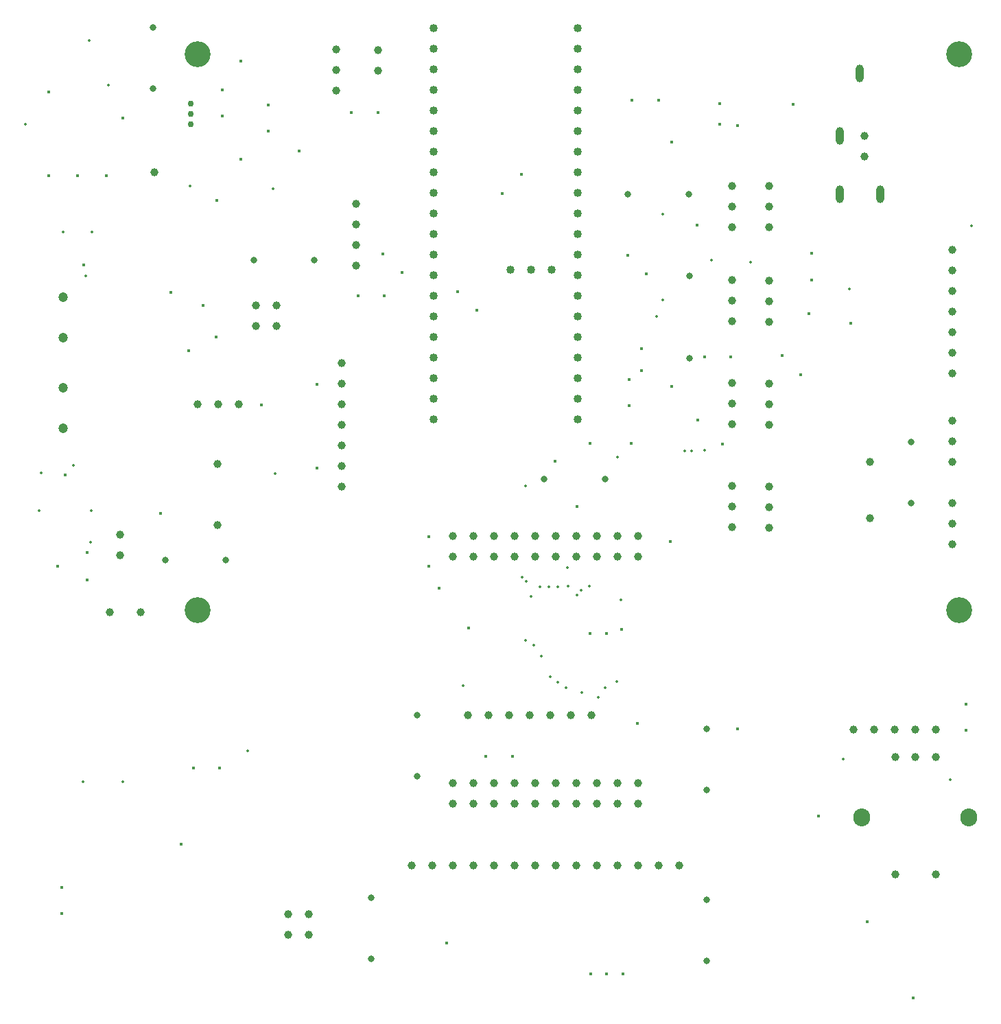
<source format=gbr>
%TF.GenerationSoftware,KiCad,Pcbnew,7.0.2*%
%TF.CreationDate,2024-01-05T18:48:28-08:00*%
%TF.ProjectId,MuKOB,4d754b4f-422e-46b6-9963-61645f706362,1.0*%
%TF.SameCoordinates,Original*%
%TF.FileFunction,Plated,1,4,PTH,Mixed*%
%TF.FilePolarity,Positive*%
%FSLAX46Y46*%
G04 Gerber Fmt 4.6, Leading zero omitted, Abs format (unit mm)*
G04 Created by KiCad (PCBNEW 7.0.2) date 2024-01-05 18:48:28*
%MOMM*%
%LPD*%
G01*
G04 APERTURE LIST*
%TA.AperFunction,ViaDrill*%
%ADD10C,0.350000*%
%TD*%
%TA.AperFunction,ViaDrill*%
%ADD11C,0.400000*%
%TD*%
%TA.AperFunction,ComponentDrill*%
%ADD12C,0.750000*%
%TD*%
%TA.AperFunction,ComponentDrill*%
%ADD13C,0.800000*%
%TD*%
%TA.AperFunction,ComponentDrill*%
%ADD14C,1.000000*%
%TD*%
G04 aperture for slot hole*
%TA.AperFunction,ComponentDrill*%
%ADD15O,1.000000X2.200000*%
%TD*%
%TA.AperFunction,ComponentDrill*%
%ADD16C,1.020000*%
%TD*%
%TA.AperFunction,ComponentDrill*%
%ADD17C,1.200000*%
%TD*%
G04 aperture for slot hole*
%TA.AperFunction,ComponentDrill*%
%ADD18O,2.100000X2.200000*%
%TD*%
%TA.AperFunction,ComponentDrill*%
%ADD19C,3.200000*%
%TD*%
G04 APERTURE END LIST*
D10*
X52480000Y-63514000D03*
X54180000Y-111214000D03*
X54430000Y-106514000D03*
X57180000Y-76864000D03*
X58430000Y-105614000D03*
X59639200Y-144678400D03*
X59980000Y-82214000D03*
X60330000Y-53164000D03*
X60530000Y-115064000D03*
X60630000Y-111214000D03*
X60730000Y-76864000D03*
X62730000Y-58714000D03*
X64516000Y-144653000D03*
X72830000Y-71114000D03*
X79959200Y-140792200D03*
X83028727Y-71516341D03*
X83330000Y-106664000D03*
X106530000Y-132814000D03*
X113780000Y-119388500D03*
X114180000Y-108114000D03*
X114201000Y-127164000D03*
X114330000Y-119938500D03*
X114855500Y-121807075D03*
X115201000Y-127764000D03*
X116030000Y-120564000D03*
X116201000Y-129138500D03*
X117082100Y-120561900D03*
X117230000Y-131714000D03*
X118178200Y-120565800D03*
X118230000Y-132364000D03*
X119180000Y-133054900D03*
X119380000Y-118239500D03*
X119430000Y-120513000D03*
X120546463Y-121621200D03*
X121094366Y-121046700D03*
X121180000Y-133613700D03*
X122061360Y-120513000D03*
X123180000Y-134203900D03*
X124030000Y-133054900D03*
X125471500Y-132314000D03*
X125580000Y-104614000D03*
X126010900Y-122197900D03*
X130380000Y-87214000D03*
X131180000Y-74614000D03*
X131180000Y-85214000D03*
X133880000Y-103814000D03*
X134705500Y-103814000D03*
X136280000Y-103714000D03*
X137180000Y-80314000D03*
X141980000Y-80514000D03*
X153380000Y-141864000D03*
X154180000Y-83814000D03*
X166649400Y-144424400D03*
X169230000Y-76064000D03*
D11*
X55371999Y-59540899D03*
X55372000Y-69850000D03*
X56515000Y-118059200D03*
X56972200Y-157657800D03*
X56972200Y-160907800D03*
X57404000Y-106756200D03*
X58928000Y-69850000D03*
X59715400Y-80848502D03*
X60147200Y-116357400D03*
X60147200Y-119761000D03*
X62484000Y-69850000D03*
X64490600Y-62763400D03*
X69189600Y-111531400D03*
X70459600Y-84268500D03*
X71704200Y-152323800D03*
X72644000Y-91440000D03*
X73229400Y-142951200D03*
X74422000Y-85852000D03*
X76047600Y-89789000D03*
X76149200Y-72923400D03*
X76479400Y-142951200D03*
X76758800Y-59258200D03*
X76758800Y-62508200D03*
X79070200Y-55753000D03*
X79120200Y-67817200D03*
X81610200Y-98171000D03*
X82448400Y-61163200D03*
X82448400Y-64413200D03*
X86280000Y-66814000D03*
X88442800Y-95580200D03*
X88468200Y-105918000D03*
X92736600Y-62103000D03*
X93549400Y-84658200D03*
X95986600Y-62103000D03*
X96647000Y-79527400D03*
X96799400Y-84658200D03*
X98958400Y-81838800D03*
X102260400Y-114401600D03*
X102260400Y-118033800D03*
X103530400Y-120802400D03*
X104470200Y-164515800D03*
X105867200Y-84201000D03*
X107188000Y-125679200D03*
X108178600Y-86512400D03*
X109348200Y-141503400D03*
X111379000Y-72059800D03*
X112598200Y-141503400D03*
X113690400Y-69748400D03*
X117881400Y-105130600D03*
X120573800Y-110667800D03*
X122174000Y-102870000D03*
X122201000Y-126393000D03*
X122230000Y-168314000D03*
X124230000Y-126364000D03*
X124230000Y-168314000D03*
X126051500Y-125806200D03*
X126230000Y-168314000D03*
X126847600Y-79705200D03*
X126974600Y-94996000D03*
X126974600Y-98246000D03*
X127279400Y-102870000D03*
X127380000Y-60564000D03*
X127980000Y-137414000D03*
X128498600Y-91186000D03*
X128498600Y-93954600D03*
X129159000Y-82016600D03*
X130630000Y-60564000D03*
X132041900Y-114998500D03*
X132280000Y-65714000D03*
X132280000Y-95914000D03*
X135380000Y-75964000D03*
X135483600Y-99999800D03*
X136297000Y-92252800D03*
X138180000Y-60964000D03*
X138180000Y-63514000D03*
X138506200Y-103022400D03*
X139547000Y-92252800D03*
X140385800Y-138150600D03*
X140416000Y-63728000D03*
X145897600Y-92100400D03*
X147243800Y-61036200D03*
X148209000Y-94411800D03*
X149148800Y-86918800D03*
X149529800Y-79477200D03*
X149529800Y-82727200D03*
X150368000Y-148844000D03*
X154380000Y-88112600D03*
X156387800Y-161874200D03*
X162026600Y-171323000D03*
X168554400Y-135051800D03*
X168554400Y-138301800D03*
D12*
%TO.C,Q1*%
X72898000Y-60960000D03*
X72898000Y-62230000D03*
X72898000Y-63500000D03*
D13*
%TO.C,CFA1*%
X68280000Y-51614000D03*
X68280000Y-59114000D03*
%TO.C,CFA2*%
X69730000Y-117264000D03*
X77230000Y-117264000D03*
%TO.C,CF1*%
X80680000Y-80264000D03*
X88180000Y-80264000D03*
%TO.C,CFA4*%
X95180000Y-158964000D03*
X95180000Y-166464000D03*
%TO.C,CF4*%
X100830000Y-136464000D03*
X100830000Y-143964000D03*
%TO.C,CF3*%
X116530000Y-107264000D03*
X124030000Y-107264000D03*
%TO.C,CFA3*%
X126830000Y-72164000D03*
X134330000Y-72164000D03*
%TO.C,R2*%
X134480000Y-82204000D03*
X134480000Y-92364000D03*
%TO.C,CFA5*%
X136580000Y-138164000D03*
X136580000Y-145664000D03*
%TO.C,CF5*%
X136580000Y-159214000D03*
X136580000Y-166714000D03*
%TO.C,CF2*%
X161830000Y-102764000D03*
X161830000Y-110264000D03*
D14*
%TO.C,TP4*%
X62920000Y-123714000D03*
%TO.C,JP3*%
X64180000Y-114164000D03*
X64180000Y-116704000D03*
%TO.C,TP5*%
X66730000Y-123714000D03*
%TO.C,TP3*%
X68380000Y-69464000D03*
%TO.C,OP1*%
X73730000Y-98114000D03*
%TO.C,BZ1*%
X76200000Y-105420000D03*
X76200000Y-113020000D03*
%TO.C,OP1*%
X76270000Y-98114000D03*
X78810000Y-98114000D03*
%TO.C,JP-PWR-1*%
X80955000Y-85849000D03*
X80955000Y-88389000D03*
X83495000Y-85849000D03*
X83495000Y-88389000D03*
%TO.C,JP-PWR-2*%
X84905000Y-160999000D03*
X84905000Y-163539000D03*
X87445000Y-160999000D03*
X87445000Y-163539000D03*
%TO.C,J1*%
X90830400Y-54314000D03*
X90830400Y-56854000D03*
X90830400Y-59394000D03*
%TO.C,J3*%
X91555000Y-92974400D03*
X91555000Y-95514400D03*
X91555000Y-98054400D03*
X91555000Y-100594400D03*
X91555000Y-103134400D03*
X91555000Y-105674400D03*
X91555000Y-108214400D03*
%TO.C,J5*%
X93330000Y-73314000D03*
X93330000Y-75854000D03*
X93330000Y-78394000D03*
X93330000Y-80934000D03*
%TO.C,JP1*%
X96012000Y-54354000D03*
X96012000Y-56894000D03*
%TO.C,J16*%
X100191000Y-154950400D03*
X102731000Y-154950400D03*
%TO.C,J19*%
X105266000Y-114345720D03*
X105266000Y-116885720D03*
%TO.C,J13*%
X105266000Y-144790400D03*
X105266000Y-147330400D03*
%TO.C,J16*%
X105271000Y-154950400D03*
%TO.C,J15*%
X107111800Y-136398000D03*
%TO.C,J19*%
X107806000Y-114345720D03*
X107806000Y-116885720D03*
%TO.C,J13*%
X107806000Y-144790400D03*
X107806000Y-147330400D03*
%TO.C,J16*%
X107811000Y-154950400D03*
%TO.C,J15*%
X109651800Y-136398000D03*
%TO.C,J19*%
X110346000Y-114345720D03*
X110346000Y-116885720D03*
%TO.C,J13*%
X110346000Y-144790400D03*
X110346000Y-147330400D03*
%TO.C,J16*%
X110351000Y-154950400D03*
%TO.C,J15*%
X112191800Y-136398000D03*
%TO.C,J19*%
X112886000Y-114345720D03*
X112886000Y-116885720D03*
%TO.C,J13*%
X112886000Y-144790400D03*
X112886000Y-147330400D03*
%TO.C,J16*%
X112891000Y-154950400D03*
%TO.C,J15*%
X114731800Y-136398000D03*
%TO.C,J19*%
X115426000Y-114345720D03*
X115426000Y-116885720D03*
%TO.C,J13*%
X115426000Y-144790400D03*
X115426000Y-147330400D03*
%TO.C,J16*%
X115431000Y-154950400D03*
%TO.C,J15*%
X117271800Y-136398000D03*
%TO.C,J19*%
X117966000Y-114345720D03*
X117966000Y-116885720D03*
%TO.C,J13*%
X117966000Y-144790400D03*
X117966000Y-147330400D03*
%TO.C,J16*%
X117971000Y-154950400D03*
%TO.C,J15*%
X119811800Y-136398000D03*
%TO.C,J19*%
X120506000Y-114345720D03*
X120506000Y-116885720D03*
%TO.C,J13*%
X120506000Y-144790400D03*
X120506000Y-147330400D03*
%TO.C,J16*%
X120511000Y-154950400D03*
%TO.C,J15*%
X122351800Y-136398000D03*
%TO.C,J19*%
X123046000Y-114345720D03*
X123046000Y-116885720D03*
%TO.C,J13*%
X123046000Y-144790400D03*
X123046000Y-147330400D03*
%TO.C,J16*%
X123051000Y-154950400D03*
%TO.C,J19*%
X125586000Y-114345720D03*
X125586000Y-116885720D03*
%TO.C,J13*%
X125586000Y-144790400D03*
X125586000Y-147330400D03*
%TO.C,J16*%
X125591000Y-154950400D03*
%TO.C,J19*%
X128126000Y-114345720D03*
X128126000Y-116885720D03*
%TO.C,J13*%
X128126000Y-144790400D03*
X128126000Y-147330400D03*
%TO.C,J16*%
X128131000Y-154950400D03*
X130671000Y-154950400D03*
X133211000Y-154950400D03*
%TO.C,OP2*%
X139675000Y-82753200D03*
X139675000Y-85293200D03*
X139675000Y-87833200D03*
%TO.C,OP3*%
X139675000Y-95453200D03*
X139675000Y-97993200D03*
X139675000Y-100533200D03*
%TO.C,OP6*%
X139675000Y-108153200D03*
X139675000Y-110693200D03*
X139675000Y-113233200D03*
%TO.C,OP8*%
X139700000Y-71120000D03*
X139700000Y-73660000D03*
X139700000Y-76200000D03*
%TO.C,OP9*%
X144272000Y-71120000D03*
X144272000Y-73660000D03*
X144272000Y-76200000D03*
%TO.C,OP4*%
X144272000Y-82804000D03*
X144272000Y-85344000D03*
X144272000Y-87884000D03*
%TO.C,OP5*%
X144272000Y-95504000D03*
X144272000Y-98044000D03*
X144272000Y-100584000D03*
%TO.C,OP7*%
X144272000Y-108204000D03*
X144272000Y-110744000D03*
X144272000Y-113284000D03*
D15*
%TO.C,J7*%
X152973400Y-64977000D03*
X152973400Y-72177000D03*
D14*
%TO.C,J17*%
X154686000Y-138201400D03*
D15*
%TO.C,J7*%
X155473400Y-57277000D03*
D14*
%TO.C,JP2*%
X156057600Y-64978200D03*
X156057600Y-67518200D03*
%TO.C,TP2*%
X156680000Y-105214000D03*
%TO.C,TP1*%
X156680000Y-112164000D03*
%TO.C,J17*%
X157226000Y-138201400D03*
D15*
%TO.C,J7*%
X157973400Y-72177000D03*
D14*
%TO.C,J17*%
X159766000Y-138201400D03*
%TO.C,RE1*%
X159823200Y-141581900D03*
X159823200Y-156081900D03*
%TO.C,J17*%
X162306000Y-138201400D03*
%TO.C,RE1*%
X162323200Y-141581900D03*
X164823200Y-141581900D03*
X164823200Y-156081900D03*
%TO.C,J17*%
X164846000Y-138201400D03*
%TO.C,J10*%
X166878000Y-78994000D03*
X166878000Y-81534000D03*
X166878000Y-84074000D03*
X166878000Y-86614000D03*
X166878000Y-89154000D03*
X166878000Y-91694000D03*
X166878000Y-94234000D03*
%TO.C,J4*%
X166878000Y-100076000D03*
X166878000Y-102616000D03*
X166878000Y-105156000D03*
%TO.C,J8*%
X166878000Y-110236000D03*
X166878000Y-112776000D03*
X166878000Y-115316000D03*
D16*
%TO.C,U2*%
X102870000Y-51714400D03*
X102870000Y-54254400D03*
X102870000Y-56794400D03*
X102870000Y-59334400D03*
X102870000Y-61874400D03*
X102870000Y-64414400D03*
X102870000Y-66954400D03*
X102870000Y-69494400D03*
X102870000Y-72034400D03*
X102870000Y-74574400D03*
X102870000Y-77114400D03*
X102870000Y-79654400D03*
X102870000Y-82194400D03*
X102870000Y-84734400D03*
X102870000Y-87274400D03*
X102870000Y-89814400D03*
X102870000Y-92354400D03*
X102870000Y-94894400D03*
X102870000Y-97434400D03*
X102870000Y-99974400D03*
X112344100Y-81444400D03*
X114884100Y-81444400D03*
X117424100Y-81444400D03*
X120650000Y-51714400D03*
X120650000Y-54254400D03*
X120650000Y-56794400D03*
X120650000Y-59334400D03*
X120650000Y-61874400D03*
X120650000Y-64414400D03*
X120650000Y-66954400D03*
X120650000Y-69494400D03*
X120650000Y-72034400D03*
X120650000Y-74574400D03*
X120650000Y-77114400D03*
X120650000Y-79654400D03*
X120650000Y-82194400D03*
X120650000Y-84734400D03*
X120650000Y-87274400D03*
X120650000Y-89814400D03*
X120650000Y-92354400D03*
X120650000Y-94894400D03*
X120650000Y-97434400D03*
X120650000Y-99974400D03*
D17*
%TO.C,J12*%
X57150000Y-84836000D03*
X57150000Y-89836000D03*
%TO.C,J11*%
X57150000Y-96012000D03*
X57150000Y-101012000D03*
D18*
%TO.C,RE1*%
X155723200Y-149081900D03*
X168923200Y-149081900D03*
D19*
%TO.C,M_KSI2*%
X73724200Y-54874400D03*
%TO.C,M_KSI3*%
X73724200Y-123454400D03*
%TO.C,M_KSI1*%
X167704200Y-54874400D03*
%TO.C,M_KSI4*%
X167704200Y-123454400D03*
M02*

</source>
